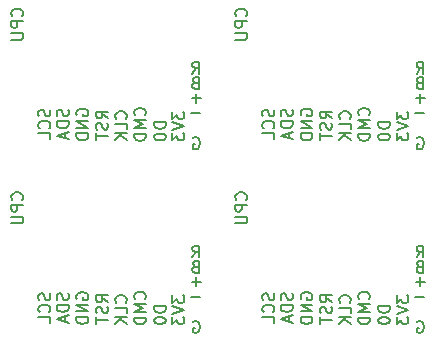
<source format=gbo>
G04 #@! TF.GenerationSoftware,KiCad,Pcbnew,7.0.2-6a45011f42~172~ubuntu22.04.1*
G04 #@! TF.CreationDate,2023-06-12T10:15:53+08:00*
G04 #@! TF.ProjectId,panel_2_2,70616e65-6c5f-4325-9f32-2e6b69636164,rev?*
G04 #@! TF.SameCoordinates,Original*
G04 #@! TF.FileFunction,Legend,Bot*
G04 #@! TF.FilePolarity,Positive*
%FSLAX46Y46*%
G04 Gerber Fmt 4.6, Leading zero omitted, Abs format (unit mm)*
G04 Created by KiCad (PCBNEW 7.0.2-6a45011f42~172~ubuntu22.04.1) date 2023-06-12 10:15:53*
%MOMM*%
%LPD*%
G01*
G04 APERTURE LIST*
%ADD10C,0.150000*%
G04 APERTURE END LIST*
D10*
X25137619Y-46489523D02*
X24661428Y-46156190D01*
X25137619Y-45918095D02*
X24137619Y-45918095D01*
X24137619Y-45918095D02*
X24137619Y-46299047D01*
X24137619Y-46299047D02*
X24185238Y-46394285D01*
X24185238Y-46394285D02*
X24232857Y-46441904D01*
X24232857Y-46441904D02*
X24328095Y-46489523D01*
X24328095Y-46489523D02*
X24470952Y-46489523D01*
X24470952Y-46489523D02*
X24566190Y-46441904D01*
X24566190Y-46441904D02*
X24613809Y-46394285D01*
X24613809Y-46394285D02*
X24661428Y-46299047D01*
X24661428Y-46299047D02*
X24661428Y-45918095D01*
X25090000Y-46870476D02*
X25137619Y-47013333D01*
X25137619Y-47013333D02*
X25137619Y-47251428D01*
X25137619Y-47251428D02*
X25090000Y-47346666D01*
X25090000Y-47346666D02*
X25042380Y-47394285D01*
X25042380Y-47394285D02*
X24947142Y-47441904D01*
X24947142Y-47441904D02*
X24851904Y-47441904D01*
X24851904Y-47441904D02*
X24756666Y-47394285D01*
X24756666Y-47394285D02*
X24709047Y-47346666D01*
X24709047Y-47346666D02*
X24661428Y-47251428D01*
X24661428Y-47251428D02*
X24613809Y-47060952D01*
X24613809Y-47060952D02*
X24566190Y-46965714D01*
X24566190Y-46965714D02*
X24518571Y-46918095D01*
X24518571Y-46918095D02*
X24423333Y-46870476D01*
X24423333Y-46870476D02*
X24328095Y-46870476D01*
X24328095Y-46870476D02*
X24232857Y-46918095D01*
X24232857Y-46918095D02*
X24185238Y-46965714D01*
X24185238Y-46965714D02*
X24137619Y-47060952D01*
X24137619Y-47060952D02*
X24137619Y-47299047D01*
X24137619Y-47299047D02*
X24185238Y-47441904D01*
X24137619Y-47727619D02*
X24137619Y-48299047D01*
X25137619Y-48013333D02*
X24137619Y-48013333D01*
X51861904Y-46046666D02*
X51100000Y-46046666D01*
X39170000Y-30190476D02*
X39217619Y-30333333D01*
X39217619Y-30333333D02*
X39217619Y-30571428D01*
X39217619Y-30571428D02*
X39170000Y-30666666D01*
X39170000Y-30666666D02*
X39122380Y-30714285D01*
X39122380Y-30714285D02*
X39027142Y-30761904D01*
X39027142Y-30761904D02*
X38931904Y-30761904D01*
X38931904Y-30761904D02*
X38836666Y-30714285D01*
X38836666Y-30714285D02*
X38789047Y-30666666D01*
X38789047Y-30666666D02*
X38741428Y-30571428D01*
X38741428Y-30571428D02*
X38693809Y-30380952D01*
X38693809Y-30380952D02*
X38646190Y-30285714D01*
X38646190Y-30285714D02*
X38598571Y-30238095D01*
X38598571Y-30238095D02*
X38503333Y-30190476D01*
X38503333Y-30190476D02*
X38408095Y-30190476D01*
X38408095Y-30190476D02*
X38312857Y-30238095D01*
X38312857Y-30238095D02*
X38265238Y-30285714D01*
X38265238Y-30285714D02*
X38217619Y-30380952D01*
X38217619Y-30380952D02*
X38217619Y-30619047D01*
X38217619Y-30619047D02*
X38265238Y-30761904D01*
X39122380Y-31761904D02*
X39170000Y-31714285D01*
X39170000Y-31714285D02*
X39217619Y-31571428D01*
X39217619Y-31571428D02*
X39217619Y-31476190D01*
X39217619Y-31476190D02*
X39170000Y-31333333D01*
X39170000Y-31333333D02*
X39074761Y-31238095D01*
X39074761Y-31238095D02*
X38979523Y-31190476D01*
X38979523Y-31190476D02*
X38789047Y-31142857D01*
X38789047Y-31142857D02*
X38646190Y-31142857D01*
X38646190Y-31142857D02*
X38455714Y-31190476D01*
X38455714Y-31190476D02*
X38360476Y-31238095D01*
X38360476Y-31238095D02*
X38265238Y-31333333D01*
X38265238Y-31333333D02*
X38217619Y-31476190D01*
X38217619Y-31476190D02*
X38217619Y-31571428D01*
X38217619Y-31571428D02*
X38265238Y-31714285D01*
X38265238Y-31714285D02*
X38312857Y-31761904D01*
X39217619Y-32666666D02*
X39217619Y-32190476D01*
X39217619Y-32190476D02*
X38217619Y-32190476D01*
X51260476Y-27137619D02*
X51593809Y-26661428D01*
X51831904Y-27137619D02*
X51831904Y-26137619D01*
X51831904Y-26137619D02*
X51450952Y-26137619D01*
X51450952Y-26137619D02*
X51355714Y-26185238D01*
X51355714Y-26185238D02*
X51308095Y-26232857D01*
X51308095Y-26232857D02*
X51260476Y-26328095D01*
X51260476Y-26328095D02*
X51260476Y-26470952D01*
X51260476Y-26470952D02*
X51308095Y-26566190D01*
X51308095Y-26566190D02*
X51355714Y-26613809D01*
X51355714Y-26613809D02*
X51450952Y-26661428D01*
X51450952Y-26661428D02*
X51831904Y-26661428D01*
X21750000Y-30190476D02*
X21797619Y-30333333D01*
X21797619Y-30333333D02*
X21797619Y-30571428D01*
X21797619Y-30571428D02*
X21750000Y-30666666D01*
X21750000Y-30666666D02*
X21702380Y-30714285D01*
X21702380Y-30714285D02*
X21607142Y-30761904D01*
X21607142Y-30761904D02*
X21511904Y-30761904D01*
X21511904Y-30761904D02*
X21416666Y-30714285D01*
X21416666Y-30714285D02*
X21369047Y-30666666D01*
X21369047Y-30666666D02*
X21321428Y-30571428D01*
X21321428Y-30571428D02*
X21273809Y-30380952D01*
X21273809Y-30380952D02*
X21226190Y-30285714D01*
X21226190Y-30285714D02*
X21178571Y-30238095D01*
X21178571Y-30238095D02*
X21083333Y-30190476D01*
X21083333Y-30190476D02*
X20988095Y-30190476D01*
X20988095Y-30190476D02*
X20892857Y-30238095D01*
X20892857Y-30238095D02*
X20845238Y-30285714D01*
X20845238Y-30285714D02*
X20797619Y-30380952D01*
X20797619Y-30380952D02*
X20797619Y-30619047D01*
X20797619Y-30619047D02*
X20845238Y-30761904D01*
X21797619Y-31190476D02*
X20797619Y-31190476D01*
X20797619Y-31190476D02*
X20797619Y-31428571D01*
X20797619Y-31428571D02*
X20845238Y-31571428D01*
X20845238Y-31571428D02*
X20940476Y-31666666D01*
X20940476Y-31666666D02*
X21035714Y-31714285D01*
X21035714Y-31714285D02*
X21226190Y-31761904D01*
X21226190Y-31761904D02*
X21369047Y-31761904D01*
X21369047Y-31761904D02*
X21559523Y-31714285D01*
X21559523Y-31714285D02*
X21654761Y-31666666D01*
X21654761Y-31666666D02*
X21750000Y-31571428D01*
X21750000Y-31571428D02*
X21797619Y-31428571D01*
X21797619Y-31428571D02*
X21797619Y-31190476D01*
X21511904Y-32142857D02*
X21511904Y-32619047D01*
X21797619Y-32047619D02*
X20797619Y-32380952D01*
X20797619Y-32380952D02*
X21797619Y-32714285D01*
X36822380Y-37819523D02*
X36870000Y-37771904D01*
X36870000Y-37771904D02*
X36917619Y-37629047D01*
X36917619Y-37629047D02*
X36917619Y-37533809D01*
X36917619Y-37533809D02*
X36870000Y-37390952D01*
X36870000Y-37390952D02*
X36774761Y-37295714D01*
X36774761Y-37295714D02*
X36679523Y-37248095D01*
X36679523Y-37248095D02*
X36489047Y-37200476D01*
X36489047Y-37200476D02*
X36346190Y-37200476D01*
X36346190Y-37200476D02*
X36155714Y-37248095D01*
X36155714Y-37248095D02*
X36060476Y-37295714D01*
X36060476Y-37295714D02*
X35965238Y-37390952D01*
X35965238Y-37390952D02*
X35917619Y-37533809D01*
X35917619Y-37533809D02*
X35917619Y-37629047D01*
X35917619Y-37629047D02*
X35965238Y-37771904D01*
X35965238Y-37771904D02*
X36012857Y-37819523D01*
X36917619Y-38248095D02*
X35917619Y-38248095D01*
X35917619Y-38248095D02*
X35917619Y-38629047D01*
X35917619Y-38629047D02*
X35965238Y-38724285D01*
X35965238Y-38724285D02*
X36012857Y-38771904D01*
X36012857Y-38771904D02*
X36108095Y-38819523D01*
X36108095Y-38819523D02*
X36250952Y-38819523D01*
X36250952Y-38819523D02*
X36346190Y-38771904D01*
X36346190Y-38771904D02*
X36393809Y-38724285D01*
X36393809Y-38724285D02*
X36441428Y-38629047D01*
X36441428Y-38629047D02*
X36441428Y-38248095D01*
X35917619Y-39248095D02*
X36727142Y-39248095D01*
X36727142Y-39248095D02*
X36822380Y-39295714D01*
X36822380Y-39295714D02*
X36870000Y-39343333D01*
X36870000Y-39343333D02*
X36917619Y-39438571D01*
X36917619Y-39438571D02*
X36917619Y-39629047D01*
X36917619Y-39629047D02*
X36870000Y-39724285D01*
X36870000Y-39724285D02*
X36822380Y-39771904D01*
X36822380Y-39771904D02*
X36727142Y-39819523D01*
X36727142Y-39819523D02*
X35917619Y-39819523D01*
X30597619Y-30352857D02*
X30597619Y-30971904D01*
X30597619Y-30971904D02*
X30978571Y-30638571D01*
X30978571Y-30638571D02*
X30978571Y-30781428D01*
X30978571Y-30781428D02*
X31026190Y-30876666D01*
X31026190Y-30876666D02*
X31073809Y-30924285D01*
X31073809Y-30924285D02*
X31169047Y-30971904D01*
X31169047Y-30971904D02*
X31407142Y-30971904D01*
X31407142Y-30971904D02*
X31502380Y-30924285D01*
X31502380Y-30924285D02*
X31550000Y-30876666D01*
X31550000Y-30876666D02*
X31597619Y-30781428D01*
X31597619Y-30781428D02*
X31597619Y-30495714D01*
X31597619Y-30495714D02*
X31550000Y-30400476D01*
X31550000Y-30400476D02*
X31502380Y-30352857D01*
X30597619Y-31257619D02*
X31597619Y-31590952D01*
X31597619Y-31590952D02*
X30597619Y-31924285D01*
X30597619Y-32162381D02*
X30597619Y-32781428D01*
X30597619Y-32781428D02*
X30978571Y-32448095D01*
X30978571Y-32448095D02*
X30978571Y-32590952D01*
X30978571Y-32590952D02*
X31026190Y-32686190D01*
X31026190Y-32686190D02*
X31073809Y-32733809D01*
X31073809Y-32733809D02*
X31169047Y-32781428D01*
X31169047Y-32781428D02*
X31407142Y-32781428D01*
X31407142Y-32781428D02*
X31502380Y-32733809D01*
X31502380Y-32733809D02*
X31550000Y-32686190D01*
X31550000Y-32686190D02*
X31597619Y-32590952D01*
X31597619Y-32590952D02*
X31597619Y-32305238D01*
X31597619Y-32305238D02*
X31550000Y-32210000D01*
X31550000Y-32210000D02*
X31502380Y-32162381D01*
X22515238Y-30671904D02*
X22467619Y-30576666D01*
X22467619Y-30576666D02*
X22467619Y-30433809D01*
X22467619Y-30433809D02*
X22515238Y-30290952D01*
X22515238Y-30290952D02*
X22610476Y-30195714D01*
X22610476Y-30195714D02*
X22705714Y-30148095D01*
X22705714Y-30148095D02*
X22896190Y-30100476D01*
X22896190Y-30100476D02*
X23039047Y-30100476D01*
X23039047Y-30100476D02*
X23229523Y-30148095D01*
X23229523Y-30148095D02*
X23324761Y-30195714D01*
X23324761Y-30195714D02*
X23420000Y-30290952D01*
X23420000Y-30290952D02*
X23467619Y-30433809D01*
X23467619Y-30433809D02*
X23467619Y-30529047D01*
X23467619Y-30529047D02*
X23420000Y-30671904D01*
X23420000Y-30671904D02*
X23372380Y-30719523D01*
X23372380Y-30719523D02*
X23039047Y-30719523D01*
X23039047Y-30719523D02*
X23039047Y-30529047D01*
X23467619Y-31148095D02*
X22467619Y-31148095D01*
X22467619Y-31148095D02*
X23467619Y-31719523D01*
X23467619Y-31719523D02*
X22467619Y-31719523D01*
X23467619Y-32195714D02*
X22467619Y-32195714D01*
X22467619Y-32195714D02*
X22467619Y-32433809D01*
X22467619Y-32433809D02*
X22515238Y-32576666D01*
X22515238Y-32576666D02*
X22610476Y-32671904D01*
X22610476Y-32671904D02*
X22705714Y-32719523D01*
X22705714Y-32719523D02*
X22896190Y-32767142D01*
X22896190Y-32767142D02*
X23039047Y-32767142D01*
X23039047Y-32767142D02*
X23229523Y-32719523D01*
X23229523Y-32719523D02*
X23324761Y-32671904D01*
X23324761Y-32671904D02*
X23420000Y-32576666D01*
X23420000Y-32576666D02*
X23467619Y-32433809D01*
X23467619Y-32433809D02*
X23467619Y-32195714D01*
X26647380Y-46524523D02*
X26695000Y-46476904D01*
X26695000Y-46476904D02*
X26742619Y-46334047D01*
X26742619Y-46334047D02*
X26742619Y-46238809D01*
X26742619Y-46238809D02*
X26695000Y-46095952D01*
X26695000Y-46095952D02*
X26599761Y-46000714D01*
X26599761Y-46000714D02*
X26504523Y-45953095D01*
X26504523Y-45953095D02*
X26314047Y-45905476D01*
X26314047Y-45905476D02*
X26171190Y-45905476D01*
X26171190Y-45905476D02*
X25980714Y-45953095D01*
X25980714Y-45953095D02*
X25885476Y-46000714D01*
X25885476Y-46000714D02*
X25790238Y-46095952D01*
X25790238Y-46095952D02*
X25742619Y-46238809D01*
X25742619Y-46238809D02*
X25742619Y-46334047D01*
X25742619Y-46334047D02*
X25790238Y-46476904D01*
X25790238Y-46476904D02*
X25837857Y-46524523D01*
X26742619Y-47429285D02*
X26742619Y-46953095D01*
X26742619Y-46953095D02*
X25742619Y-46953095D01*
X26742619Y-47762619D02*
X25742619Y-47762619D01*
X26742619Y-48334047D02*
X26171190Y-47905476D01*
X25742619Y-48334047D02*
X26314047Y-47762619D01*
X32290476Y-27137619D02*
X32623809Y-26661428D01*
X32861904Y-27137619D02*
X32861904Y-26137619D01*
X32861904Y-26137619D02*
X32480952Y-26137619D01*
X32480952Y-26137619D02*
X32385714Y-26185238D01*
X32385714Y-26185238D02*
X32338095Y-26232857D01*
X32338095Y-26232857D02*
X32290476Y-26328095D01*
X32290476Y-26328095D02*
X32290476Y-26470952D01*
X32290476Y-26470952D02*
X32338095Y-26566190D01*
X32338095Y-26566190D02*
X32385714Y-26613809D01*
X32385714Y-26613809D02*
X32480952Y-26661428D01*
X32480952Y-26661428D02*
X32861904Y-26661428D01*
X40720000Y-30190476D02*
X40767619Y-30333333D01*
X40767619Y-30333333D02*
X40767619Y-30571428D01*
X40767619Y-30571428D02*
X40720000Y-30666666D01*
X40720000Y-30666666D02*
X40672380Y-30714285D01*
X40672380Y-30714285D02*
X40577142Y-30761904D01*
X40577142Y-30761904D02*
X40481904Y-30761904D01*
X40481904Y-30761904D02*
X40386666Y-30714285D01*
X40386666Y-30714285D02*
X40339047Y-30666666D01*
X40339047Y-30666666D02*
X40291428Y-30571428D01*
X40291428Y-30571428D02*
X40243809Y-30380952D01*
X40243809Y-30380952D02*
X40196190Y-30285714D01*
X40196190Y-30285714D02*
X40148571Y-30238095D01*
X40148571Y-30238095D02*
X40053333Y-30190476D01*
X40053333Y-30190476D02*
X39958095Y-30190476D01*
X39958095Y-30190476D02*
X39862857Y-30238095D01*
X39862857Y-30238095D02*
X39815238Y-30285714D01*
X39815238Y-30285714D02*
X39767619Y-30380952D01*
X39767619Y-30380952D02*
X39767619Y-30619047D01*
X39767619Y-30619047D02*
X39815238Y-30761904D01*
X40767619Y-31190476D02*
X39767619Y-31190476D01*
X39767619Y-31190476D02*
X39767619Y-31428571D01*
X39767619Y-31428571D02*
X39815238Y-31571428D01*
X39815238Y-31571428D02*
X39910476Y-31666666D01*
X39910476Y-31666666D02*
X40005714Y-31714285D01*
X40005714Y-31714285D02*
X40196190Y-31761904D01*
X40196190Y-31761904D02*
X40339047Y-31761904D01*
X40339047Y-31761904D02*
X40529523Y-31714285D01*
X40529523Y-31714285D02*
X40624761Y-31666666D01*
X40624761Y-31666666D02*
X40720000Y-31571428D01*
X40720000Y-31571428D02*
X40767619Y-31428571D01*
X40767619Y-31428571D02*
X40767619Y-31190476D01*
X40481904Y-32142857D02*
X40481904Y-32619047D01*
X40767619Y-32047619D02*
X39767619Y-32380952D01*
X39767619Y-32380952D02*
X40767619Y-32714285D01*
X30027619Y-31258095D02*
X29027619Y-31258095D01*
X29027619Y-31258095D02*
X29027619Y-31496190D01*
X29027619Y-31496190D02*
X29075238Y-31639047D01*
X29075238Y-31639047D02*
X29170476Y-31734285D01*
X29170476Y-31734285D02*
X29265714Y-31781904D01*
X29265714Y-31781904D02*
X29456190Y-31829523D01*
X29456190Y-31829523D02*
X29599047Y-31829523D01*
X29599047Y-31829523D02*
X29789523Y-31781904D01*
X29789523Y-31781904D02*
X29884761Y-31734285D01*
X29884761Y-31734285D02*
X29980000Y-31639047D01*
X29980000Y-31639047D02*
X30027619Y-31496190D01*
X30027619Y-31496190D02*
X30027619Y-31258095D01*
X29027619Y-32448571D02*
X29027619Y-32543809D01*
X29027619Y-32543809D02*
X29075238Y-32639047D01*
X29075238Y-32639047D02*
X29122857Y-32686666D01*
X29122857Y-32686666D02*
X29218095Y-32734285D01*
X29218095Y-32734285D02*
X29408571Y-32781904D01*
X29408571Y-32781904D02*
X29646666Y-32781904D01*
X29646666Y-32781904D02*
X29837142Y-32734285D01*
X29837142Y-32734285D02*
X29932380Y-32686666D01*
X29932380Y-32686666D02*
X29980000Y-32639047D01*
X29980000Y-32639047D02*
X30027619Y-32543809D01*
X30027619Y-32543809D02*
X30027619Y-32448571D01*
X30027619Y-32448571D02*
X29980000Y-32353333D01*
X29980000Y-32353333D02*
X29932380Y-32305714D01*
X29932380Y-32305714D02*
X29837142Y-32258095D01*
X29837142Y-32258095D02*
X29646666Y-32210476D01*
X29646666Y-32210476D02*
X29408571Y-32210476D01*
X29408571Y-32210476D02*
X29218095Y-32258095D01*
X29218095Y-32258095D02*
X29122857Y-32305714D01*
X29122857Y-32305714D02*
X29075238Y-32353333D01*
X29075238Y-32353333D02*
X29027619Y-32448571D01*
X32981904Y-44776666D02*
X32220000Y-44776666D01*
X32600952Y-45157619D02*
X32600952Y-44395714D01*
X51498571Y-43473809D02*
X51355714Y-43521428D01*
X51355714Y-43521428D02*
X51308095Y-43569047D01*
X51308095Y-43569047D02*
X51260476Y-43664285D01*
X51260476Y-43664285D02*
X51260476Y-43807142D01*
X51260476Y-43807142D02*
X51308095Y-43902380D01*
X51308095Y-43902380D02*
X51355714Y-43950000D01*
X51355714Y-43950000D02*
X51450952Y-43997619D01*
X51450952Y-43997619D02*
X51831904Y-43997619D01*
X51831904Y-43997619D02*
X51831904Y-42997619D01*
X51831904Y-42997619D02*
X51498571Y-42997619D01*
X51498571Y-42997619D02*
X51403333Y-43045238D01*
X51403333Y-43045238D02*
X51355714Y-43092857D01*
X51355714Y-43092857D02*
X51308095Y-43188095D01*
X51308095Y-43188095D02*
X51308095Y-43283333D01*
X51308095Y-43283333D02*
X51355714Y-43378571D01*
X51355714Y-43378571D02*
X51403333Y-43426190D01*
X51403333Y-43426190D02*
X51498571Y-43473809D01*
X51498571Y-43473809D02*
X51831904Y-43473809D01*
X32290476Y-42697619D02*
X32623809Y-42221428D01*
X32861904Y-42697619D02*
X32861904Y-41697619D01*
X32861904Y-41697619D02*
X32480952Y-41697619D01*
X32480952Y-41697619D02*
X32385714Y-41745238D01*
X32385714Y-41745238D02*
X32338095Y-41792857D01*
X32338095Y-41792857D02*
X32290476Y-41888095D01*
X32290476Y-41888095D02*
X32290476Y-42030952D01*
X32290476Y-42030952D02*
X32338095Y-42126190D01*
X32338095Y-42126190D02*
X32385714Y-42173809D01*
X32385714Y-42173809D02*
X32480952Y-42221428D01*
X32480952Y-42221428D02*
X32861904Y-42221428D01*
X32348095Y-48145238D02*
X32443333Y-48097619D01*
X32443333Y-48097619D02*
X32586190Y-48097619D01*
X32586190Y-48097619D02*
X32729047Y-48145238D01*
X32729047Y-48145238D02*
X32824285Y-48240476D01*
X32824285Y-48240476D02*
X32871904Y-48335714D01*
X32871904Y-48335714D02*
X32919523Y-48526190D01*
X32919523Y-48526190D02*
X32919523Y-48669047D01*
X32919523Y-48669047D02*
X32871904Y-48859523D01*
X32871904Y-48859523D02*
X32824285Y-48954761D01*
X32824285Y-48954761D02*
X32729047Y-49050000D01*
X32729047Y-49050000D02*
X32586190Y-49097619D01*
X32586190Y-49097619D02*
X32490952Y-49097619D01*
X32490952Y-49097619D02*
X32348095Y-49050000D01*
X32348095Y-49050000D02*
X32300476Y-49002380D01*
X32300476Y-49002380D02*
X32300476Y-48669047D01*
X32300476Y-48669047D02*
X32490952Y-48669047D01*
X47227380Y-30674523D02*
X47275000Y-30626904D01*
X47275000Y-30626904D02*
X47322619Y-30484047D01*
X47322619Y-30484047D02*
X47322619Y-30388809D01*
X47322619Y-30388809D02*
X47275000Y-30245952D01*
X47275000Y-30245952D02*
X47179761Y-30150714D01*
X47179761Y-30150714D02*
X47084523Y-30103095D01*
X47084523Y-30103095D02*
X46894047Y-30055476D01*
X46894047Y-30055476D02*
X46751190Y-30055476D01*
X46751190Y-30055476D02*
X46560714Y-30103095D01*
X46560714Y-30103095D02*
X46465476Y-30150714D01*
X46465476Y-30150714D02*
X46370238Y-30245952D01*
X46370238Y-30245952D02*
X46322619Y-30388809D01*
X46322619Y-30388809D02*
X46322619Y-30484047D01*
X46322619Y-30484047D02*
X46370238Y-30626904D01*
X46370238Y-30626904D02*
X46417857Y-30674523D01*
X47322619Y-31103095D02*
X46322619Y-31103095D01*
X46322619Y-31103095D02*
X47036904Y-31436428D01*
X47036904Y-31436428D02*
X46322619Y-31769761D01*
X46322619Y-31769761D02*
X47322619Y-31769761D01*
X47322619Y-32245952D02*
X46322619Y-32245952D01*
X46322619Y-32245952D02*
X46322619Y-32484047D01*
X46322619Y-32484047D02*
X46370238Y-32626904D01*
X46370238Y-32626904D02*
X46465476Y-32722142D01*
X46465476Y-32722142D02*
X46560714Y-32769761D01*
X46560714Y-32769761D02*
X46751190Y-32817380D01*
X46751190Y-32817380D02*
X46894047Y-32817380D01*
X46894047Y-32817380D02*
X47084523Y-32769761D01*
X47084523Y-32769761D02*
X47179761Y-32722142D01*
X47179761Y-32722142D02*
X47275000Y-32626904D01*
X47275000Y-32626904D02*
X47322619Y-32484047D01*
X47322619Y-32484047D02*
X47322619Y-32245952D01*
X32528571Y-43473809D02*
X32385714Y-43521428D01*
X32385714Y-43521428D02*
X32338095Y-43569047D01*
X32338095Y-43569047D02*
X32290476Y-43664285D01*
X32290476Y-43664285D02*
X32290476Y-43807142D01*
X32290476Y-43807142D02*
X32338095Y-43902380D01*
X32338095Y-43902380D02*
X32385714Y-43950000D01*
X32385714Y-43950000D02*
X32480952Y-43997619D01*
X32480952Y-43997619D02*
X32861904Y-43997619D01*
X32861904Y-43997619D02*
X32861904Y-42997619D01*
X32861904Y-42997619D02*
X32528571Y-42997619D01*
X32528571Y-42997619D02*
X32433333Y-43045238D01*
X32433333Y-43045238D02*
X32385714Y-43092857D01*
X32385714Y-43092857D02*
X32338095Y-43188095D01*
X32338095Y-43188095D02*
X32338095Y-43283333D01*
X32338095Y-43283333D02*
X32385714Y-43378571D01*
X32385714Y-43378571D02*
X32433333Y-43426190D01*
X32433333Y-43426190D02*
X32528571Y-43473809D01*
X32528571Y-43473809D02*
X32861904Y-43473809D01*
X22515238Y-46231904D02*
X22467619Y-46136666D01*
X22467619Y-46136666D02*
X22467619Y-45993809D01*
X22467619Y-45993809D02*
X22515238Y-45850952D01*
X22515238Y-45850952D02*
X22610476Y-45755714D01*
X22610476Y-45755714D02*
X22705714Y-45708095D01*
X22705714Y-45708095D02*
X22896190Y-45660476D01*
X22896190Y-45660476D02*
X23039047Y-45660476D01*
X23039047Y-45660476D02*
X23229523Y-45708095D01*
X23229523Y-45708095D02*
X23324761Y-45755714D01*
X23324761Y-45755714D02*
X23420000Y-45850952D01*
X23420000Y-45850952D02*
X23467619Y-45993809D01*
X23467619Y-45993809D02*
X23467619Y-46089047D01*
X23467619Y-46089047D02*
X23420000Y-46231904D01*
X23420000Y-46231904D02*
X23372380Y-46279523D01*
X23372380Y-46279523D02*
X23039047Y-46279523D01*
X23039047Y-46279523D02*
X23039047Y-46089047D01*
X23467619Y-46708095D02*
X22467619Y-46708095D01*
X22467619Y-46708095D02*
X23467619Y-47279523D01*
X23467619Y-47279523D02*
X22467619Y-47279523D01*
X23467619Y-47755714D02*
X22467619Y-47755714D01*
X22467619Y-47755714D02*
X22467619Y-47993809D01*
X22467619Y-47993809D02*
X22515238Y-48136666D01*
X22515238Y-48136666D02*
X22610476Y-48231904D01*
X22610476Y-48231904D02*
X22705714Y-48279523D01*
X22705714Y-48279523D02*
X22896190Y-48327142D01*
X22896190Y-48327142D02*
X23039047Y-48327142D01*
X23039047Y-48327142D02*
X23229523Y-48279523D01*
X23229523Y-48279523D02*
X23324761Y-48231904D01*
X23324761Y-48231904D02*
X23420000Y-48136666D01*
X23420000Y-48136666D02*
X23467619Y-47993809D01*
X23467619Y-47993809D02*
X23467619Y-47755714D01*
X30597619Y-45912857D02*
X30597619Y-46531904D01*
X30597619Y-46531904D02*
X30978571Y-46198571D01*
X30978571Y-46198571D02*
X30978571Y-46341428D01*
X30978571Y-46341428D02*
X31026190Y-46436666D01*
X31026190Y-46436666D02*
X31073809Y-46484285D01*
X31073809Y-46484285D02*
X31169047Y-46531904D01*
X31169047Y-46531904D02*
X31407142Y-46531904D01*
X31407142Y-46531904D02*
X31502380Y-46484285D01*
X31502380Y-46484285D02*
X31550000Y-46436666D01*
X31550000Y-46436666D02*
X31597619Y-46341428D01*
X31597619Y-46341428D02*
X31597619Y-46055714D01*
X31597619Y-46055714D02*
X31550000Y-45960476D01*
X31550000Y-45960476D02*
X31502380Y-45912857D01*
X30597619Y-46817619D02*
X31597619Y-47150952D01*
X31597619Y-47150952D02*
X30597619Y-47484285D01*
X30597619Y-47722381D02*
X30597619Y-48341428D01*
X30597619Y-48341428D02*
X30978571Y-48008095D01*
X30978571Y-48008095D02*
X30978571Y-48150952D01*
X30978571Y-48150952D02*
X31026190Y-48246190D01*
X31026190Y-48246190D02*
X31073809Y-48293809D01*
X31073809Y-48293809D02*
X31169047Y-48341428D01*
X31169047Y-48341428D02*
X31407142Y-48341428D01*
X31407142Y-48341428D02*
X31502380Y-48293809D01*
X31502380Y-48293809D02*
X31550000Y-48246190D01*
X31550000Y-48246190D02*
X31597619Y-48150952D01*
X31597619Y-48150952D02*
X31597619Y-47865238D01*
X31597619Y-47865238D02*
X31550000Y-47770000D01*
X31550000Y-47770000D02*
X31502380Y-47722381D01*
X32891904Y-46046666D02*
X32130000Y-46046666D01*
X26647380Y-30964523D02*
X26695000Y-30916904D01*
X26695000Y-30916904D02*
X26742619Y-30774047D01*
X26742619Y-30774047D02*
X26742619Y-30678809D01*
X26742619Y-30678809D02*
X26695000Y-30535952D01*
X26695000Y-30535952D02*
X26599761Y-30440714D01*
X26599761Y-30440714D02*
X26504523Y-30393095D01*
X26504523Y-30393095D02*
X26314047Y-30345476D01*
X26314047Y-30345476D02*
X26171190Y-30345476D01*
X26171190Y-30345476D02*
X25980714Y-30393095D01*
X25980714Y-30393095D02*
X25885476Y-30440714D01*
X25885476Y-30440714D02*
X25790238Y-30535952D01*
X25790238Y-30535952D02*
X25742619Y-30678809D01*
X25742619Y-30678809D02*
X25742619Y-30774047D01*
X25742619Y-30774047D02*
X25790238Y-30916904D01*
X25790238Y-30916904D02*
X25837857Y-30964523D01*
X26742619Y-31869285D02*
X26742619Y-31393095D01*
X26742619Y-31393095D02*
X25742619Y-31393095D01*
X26742619Y-32202619D02*
X25742619Y-32202619D01*
X26742619Y-32774047D02*
X26171190Y-32345476D01*
X25742619Y-32774047D02*
X26314047Y-32202619D01*
X21750000Y-45750476D02*
X21797619Y-45893333D01*
X21797619Y-45893333D02*
X21797619Y-46131428D01*
X21797619Y-46131428D02*
X21750000Y-46226666D01*
X21750000Y-46226666D02*
X21702380Y-46274285D01*
X21702380Y-46274285D02*
X21607142Y-46321904D01*
X21607142Y-46321904D02*
X21511904Y-46321904D01*
X21511904Y-46321904D02*
X21416666Y-46274285D01*
X21416666Y-46274285D02*
X21369047Y-46226666D01*
X21369047Y-46226666D02*
X21321428Y-46131428D01*
X21321428Y-46131428D02*
X21273809Y-45940952D01*
X21273809Y-45940952D02*
X21226190Y-45845714D01*
X21226190Y-45845714D02*
X21178571Y-45798095D01*
X21178571Y-45798095D02*
X21083333Y-45750476D01*
X21083333Y-45750476D02*
X20988095Y-45750476D01*
X20988095Y-45750476D02*
X20892857Y-45798095D01*
X20892857Y-45798095D02*
X20845238Y-45845714D01*
X20845238Y-45845714D02*
X20797619Y-45940952D01*
X20797619Y-45940952D02*
X20797619Y-46179047D01*
X20797619Y-46179047D02*
X20845238Y-46321904D01*
X21797619Y-46750476D02*
X20797619Y-46750476D01*
X20797619Y-46750476D02*
X20797619Y-46988571D01*
X20797619Y-46988571D02*
X20845238Y-47131428D01*
X20845238Y-47131428D02*
X20940476Y-47226666D01*
X20940476Y-47226666D02*
X21035714Y-47274285D01*
X21035714Y-47274285D02*
X21226190Y-47321904D01*
X21226190Y-47321904D02*
X21369047Y-47321904D01*
X21369047Y-47321904D02*
X21559523Y-47274285D01*
X21559523Y-47274285D02*
X21654761Y-47226666D01*
X21654761Y-47226666D02*
X21750000Y-47131428D01*
X21750000Y-47131428D02*
X21797619Y-46988571D01*
X21797619Y-46988571D02*
X21797619Y-46750476D01*
X21511904Y-47702857D02*
X21511904Y-48179047D01*
X21797619Y-47607619D02*
X20797619Y-47940952D01*
X20797619Y-47940952D02*
X21797619Y-48274285D01*
X44107619Y-30929523D02*
X43631428Y-30596190D01*
X44107619Y-30358095D02*
X43107619Y-30358095D01*
X43107619Y-30358095D02*
X43107619Y-30739047D01*
X43107619Y-30739047D02*
X43155238Y-30834285D01*
X43155238Y-30834285D02*
X43202857Y-30881904D01*
X43202857Y-30881904D02*
X43298095Y-30929523D01*
X43298095Y-30929523D02*
X43440952Y-30929523D01*
X43440952Y-30929523D02*
X43536190Y-30881904D01*
X43536190Y-30881904D02*
X43583809Y-30834285D01*
X43583809Y-30834285D02*
X43631428Y-30739047D01*
X43631428Y-30739047D02*
X43631428Y-30358095D01*
X44060000Y-31310476D02*
X44107619Y-31453333D01*
X44107619Y-31453333D02*
X44107619Y-31691428D01*
X44107619Y-31691428D02*
X44060000Y-31786666D01*
X44060000Y-31786666D02*
X44012380Y-31834285D01*
X44012380Y-31834285D02*
X43917142Y-31881904D01*
X43917142Y-31881904D02*
X43821904Y-31881904D01*
X43821904Y-31881904D02*
X43726666Y-31834285D01*
X43726666Y-31834285D02*
X43679047Y-31786666D01*
X43679047Y-31786666D02*
X43631428Y-31691428D01*
X43631428Y-31691428D02*
X43583809Y-31500952D01*
X43583809Y-31500952D02*
X43536190Y-31405714D01*
X43536190Y-31405714D02*
X43488571Y-31358095D01*
X43488571Y-31358095D02*
X43393333Y-31310476D01*
X43393333Y-31310476D02*
X43298095Y-31310476D01*
X43298095Y-31310476D02*
X43202857Y-31358095D01*
X43202857Y-31358095D02*
X43155238Y-31405714D01*
X43155238Y-31405714D02*
X43107619Y-31500952D01*
X43107619Y-31500952D02*
X43107619Y-31739047D01*
X43107619Y-31739047D02*
X43155238Y-31881904D01*
X43107619Y-32167619D02*
X43107619Y-32739047D01*
X44107619Y-32453333D02*
X43107619Y-32453333D01*
X49567619Y-30352857D02*
X49567619Y-30971904D01*
X49567619Y-30971904D02*
X49948571Y-30638571D01*
X49948571Y-30638571D02*
X49948571Y-30781428D01*
X49948571Y-30781428D02*
X49996190Y-30876666D01*
X49996190Y-30876666D02*
X50043809Y-30924285D01*
X50043809Y-30924285D02*
X50139047Y-30971904D01*
X50139047Y-30971904D02*
X50377142Y-30971904D01*
X50377142Y-30971904D02*
X50472380Y-30924285D01*
X50472380Y-30924285D02*
X50520000Y-30876666D01*
X50520000Y-30876666D02*
X50567619Y-30781428D01*
X50567619Y-30781428D02*
X50567619Y-30495714D01*
X50567619Y-30495714D02*
X50520000Y-30400476D01*
X50520000Y-30400476D02*
X50472380Y-30352857D01*
X49567619Y-31257619D02*
X50567619Y-31590952D01*
X50567619Y-31590952D02*
X49567619Y-31924285D01*
X49567619Y-32162381D02*
X49567619Y-32781428D01*
X49567619Y-32781428D02*
X49948571Y-32448095D01*
X49948571Y-32448095D02*
X49948571Y-32590952D01*
X49948571Y-32590952D02*
X49996190Y-32686190D01*
X49996190Y-32686190D02*
X50043809Y-32733809D01*
X50043809Y-32733809D02*
X50139047Y-32781428D01*
X50139047Y-32781428D02*
X50377142Y-32781428D01*
X50377142Y-32781428D02*
X50472380Y-32733809D01*
X50472380Y-32733809D02*
X50520000Y-32686190D01*
X50520000Y-32686190D02*
X50567619Y-32590952D01*
X50567619Y-32590952D02*
X50567619Y-32305238D01*
X50567619Y-32305238D02*
X50520000Y-32210000D01*
X50520000Y-32210000D02*
X50472380Y-32162381D01*
X51951904Y-44776666D02*
X51190000Y-44776666D01*
X51570952Y-45157619D02*
X51570952Y-44395714D01*
X17852380Y-22259523D02*
X17900000Y-22211904D01*
X17900000Y-22211904D02*
X17947619Y-22069047D01*
X17947619Y-22069047D02*
X17947619Y-21973809D01*
X17947619Y-21973809D02*
X17900000Y-21830952D01*
X17900000Y-21830952D02*
X17804761Y-21735714D01*
X17804761Y-21735714D02*
X17709523Y-21688095D01*
X17709523Y-21688095D02*
X17519047Y-21640476D01*
X17519047Y-21640476D02*
X17376190Y-21640476D01*
X17376190Y-21640476D02*
X17185714Y-21688095D01*
X17185714Y-21688095D02*
X17090476Y-21735714D01*
X17090476Y-21735714D02*
X16995238Y-21830952D01*
X16995238Y-21830952D02*
X16947619Y-21973809D01*
X16947619Y-21973809D02*
X16947619Y-22069047D01*
X16947619Y-22069047D02*
X16995238Y-22211904D01*
X16995238Y-22211904D02*
X17042857Y-22259523D01*
X17947619Y-22688095D02*
X16947619Y-22688095D01*
X16947619Y-22688095D02*
X16947619Y-23069047D01*
X16947619Y-23069047D02*
X16995238Y-23164285D01*
X16995238Y-23164285D02*
X17042857Y-23211904D01*
X17042857Y-23211904D02*
X17138095Y-23259523D01*
X17138095Y-23259523D02*
X17280952Y-23259523D01*
X17280952Y-23259523D02*
X17376190Y-23211904D01*
X17376190Y-23211904D02*
X17423809Y-23164285D01*
X17423809Y-23164285D02*
X17471428Y-23069047D01*
X17471428Y-23069047D02*
X17471428Y-22688095D01*
X16947619Y-23688095D02*
X17757142Y-23688095D01*
X17757142Y-23688095D02*
X17852380Y-23735714D01*
X17852380Y-23735714D02*
X17900000Y-23783333D01*
X17900000Y-23783333D02*
X17947619Y-23878571D01*
X17947619Y-23878571D02*
X17947619Y-24069047D01*
X17947619Y-24069047D02*
X17900000Y-24164285D01*
X17900000Y-24164285D02*
X17852380Y-24211904D01*
X17852380Y-24211904D02*
X17757142Y-24259523D01*
X17757142Y-24259523D02*
X16947619Y-24259523D01*
X51951904Y-29216666D02*
X51190000Y-29216666D01*
X51570952Y-29597619D02*
X51570952Y-28835714D01*
X51498571Y-27913809D02*
X51355714Y-27961428D01*
X51355714Y-27961428D02*
X51308095Y-28009047D01*
X51308095Y-28009047D02*
X51260476Y-28104285D01*
X51260476Y-28104285D02*
X51260476Y-28247142D01*
X51260476Y-28247142D02*
X51308095Y-28342380D01*
X51308095Y-28342380D02*
X51355714Y-28390000D01*
X51355714Y-28390000D02*
X51450952Y-28437619D01*
X51450952Y-28437619D02*
X51831904Y-28437619D01*
X51831904Y-28437619D02*
X51831904Y-27437619D01*
X51831904Y-27437619D02*
X51498571Y-27437619D01*
X51498571Y-27437619D02*
X51403333Y-27485238D01*
X51403333Y-27485238D02*
X51355714Y-27532857D01*
X51355714Y-27532857D02*
X51308095Y-27628095D01*
X51308095Y-27628095D02*
X51308095Y-27723333D01*
X51308095Y-27723333D02*
X51355714Y-27818571D01*
X51355714Y-27818571D02*
X51403333Y-27866190D01*
X51403333Y-27866190D02*
X51498571Y-27913809D01*
X51498571Y-27913809D02*
X51831904Y-27913809D01*
X28257380Y-46234523D02*
X28305000Y-46186904D01*
X28305000Y-46186904D02*
X28352619Y-46044047D01*
X28352619Y-46044047D02*
X28352619Y-45948809D01*
X28352619Y-45948809D02*
X28305000Y-45805952D01*
X28305000Y-45805952D02*
X28209761Y-45710714D01*
X28209761Y-45710714D02*
X28114523Y-45663095D01*
X28114523Y-45663095D02*
X27924047Y-45615476D01*
X27924047Y-45615476D02*
X27781190Y-45615476D01*
X27781190Y-45615476D02*
X27590714Y-45663095D01*
X27590714Y-45663095D02*
X27495476Y-45710714D01*
X27495476Y-45710714D02*
X27400238Y-45805952D01*
X27400238Y-45805952D02*
X27352619Y-45948809D01*
X27352619Y-45948809D02*
X27352619Y-46044047D01*
X27352619Y-46044047D02*
X27400238Y-46186904D01*
X27400238Y-46186904D02*
X27447857Y-46234523D01*
X28352619Y-46663095D02*
X27352619Y-46663095D01*
X27352619Y-46663095D02*
X28066904Y-46996428D01*
X28066904Y-46996428D02*
X27352619Y-47329761D01*
X27352619Y-47329761D02*
X28352619Y-47329761D01*
X28352619Y-47805952D02*
X27352619Y-47805952D01*
X27352619Y-47805952D02*
X27352619Y-48044047D01*
X27352619Y-48044047D02*
X27400238Y-48186904D01*
X27400238Y-48186904D02*
X27495476Y-48282142D01*
X27495476Y-48282142D02*
X27590714Y-48329761D01*
X27590714Y-48329761D02*
X27781190Y-48377380D01*
X27781190Y-48377380D02*
X27924047Y-48377380D01*
X27924047Y-48377380D02*
X28114523Y-48329761D01*
X28114523Y-48329761D02*
X28209761Y-48282142D01*
X28209761Y-48282142D02*
X28305000Y-48186904D01*
X28305000Y-48186904D02*
X28352619Y-48044047D01*
X28352619Y-48044047D02*
X28352619Y-47805952D01*
X49567619Y-45912857D02*
X49567619Y-46531904D01*
X49567619Y-46531904D02*
X49948571Y-46198571D01*
X49948571Y-46198571D02*
X49948571Y-46341428D01*
X49948571Y-46341428D02*
X49996190Y-46436666D01*
X49996190Y-46436666D02*
X50043809Y-46484285D01*
X50043809Y-46484285D02*
X50139047Y-46531904D01*
X50139047Y-46531904D02*
X50377142Y-46531904D01*
X50377142Y-46531904D02*
X50472380Y-46484285D01*
X50472380Y-46484285D02*
X50520000Y-46436666D01*
X50520000Y-46436666D02*
X50567619Y-46341428D01*
X50567619Y-46341428D02*
X50567619Y-46055714D01*
X50567619Y-46055714D02*
X50520000Y-45960476D01*
X50520000Y-45960476D02*
X50472380Y-45912857D01*
X49567619Y-46817619D02*
X50567619Y-47150952D01*
X50567619Y-47150952D02*
X49567619Y-47484285D01*
X49567619Y-47722381D02*
X49567619Y-48341428D01*
X49567619Y-48341428D02*
X49948571Y-48008095D01*
X49948571Y-48008095D02*
X49948571Y-48150952D01*
X49948571Y-48150952D02*
X49996190Y-48246190D01*
X49996190Y-48246190D02*
X50043809Y-48293809D01*
X50043809Y-48293809D02*
X50139047Y-48341428D01*
X50139047Y-48341428D02*
X50377142Y-48341428D01*
X50377142Y-48341428D02*
X50472380Y-48293809D01*
X50472380Y-48293809D02*
X50520000Y-48246190D01*
X50520000Y-48246190D02*
X50567619Y-48150952D01*
X50567619Y-48150952D02*
X50567619Y-47865238D01*
X50567619Y-47865238D02*
X50520000Y-47770000D01*
X50520000Y-47770000D02*
X50472380Y-47722381D01*
X40720000Y-45750476D02*
X40767619Y-45893333D01*
X40767619Y-45893333D02*
X40767619Y-46131428D01*
X40767619Y-46131428D02*
X40720000Y-46226666D01*
X40720000Y-46226666D02*
X40672380Y-46274285D01*
X40672380Y-46274285D02*
X40577142Y-46321904D01*
X40577142Y-46321904D02*
X40481904Y-46321904D01*
X40481904Y-46321904D02*
X40386666Y-46274285D01*
X40386666Y-46274285D02*
X40339047Y-46226666D01*
X40339047Y-46226666D02*
X40291428Y-46131428D01*
X40291428Y-46131428D02*
X40243809Y-45940952D01*
X40243809Y-45940952D02*
X40196190Y-45845714D01*
X40196190Y-45845714D02*
X40148571Y-45798095D01*
X40148571Y-45798095D02*
X40053333Y-45750476D01*
X40053333Y-45750476D02*
X39958095Y-45750476D01*
X39958095Y-45750476D02*
X39862857Y-45798095D01*
X39862857Y-45798095D02*
X39815238Y-45845714D01*
X39815238Y-45845714D02*
X39767619Y-45940952D01*
X39767619Y-45940952D02*
X39767619Y-46179047D01*
X39767619Y-46179047D02*
X39815238Y-46321904D01*
X40767619Y-46750476D02*
X39767619Y-46750476D01*
X39767619Y-46750476D02*
X39767619Y-46988571D01*
X39767619Y-46988571D02*
X39815238Y-47131428D01*
X39815238Y-47131428D02*
X39910476Y-47226666D01*
X39910476Y-47226666D02*
X40005714Y-47274285D01*
X40005714Y-47274285D02*
X40196190Y-47321904D01*
X40196190Y-47321904D02*
X40339047Y-47321904D01*
X40339047Y-47321904D02*
X40529523Y-47274285D01*
X40529523Y-47274285D02*
X40624761Y-47226666D01*
X40624761Y-47226666D02*
X40720000Y-47131428D01*
X40720000Y-47131428D02*
X40767619Y-46988571D01*
X40767619Y-46988571D02*
X40767619Y-46750476D01*
X40481904Y-47702857D02*
X40481904Y-48179047D01*
X40767619Y-47607619D02*
X39767619Y-47940952D01*
X39767619Y-47940952D02*
X40767619Y-48274285D01*
X28257380Y-30674523D02*
X28305000Y-30626904D01*
X28305000Y-30626904D02*
X28352619Y-30484047D01*
X28352619Y-30484047D02*
X28352619Y-30388809D01*
X28352619Y-30388809D02*
X28305000Y-30245952D01*
X28305000Y-30245952D02*
X28209761Y-30150714D01*
X28209761Y-30150714D02*
X28114523Y-30103095D01*
X28114523Y-30103095D02*
X27924047Y-30055476D01*
X27924047Y-30055476D02*
X27781190Y-30055476D01*
X27781190Y-30055476D02*
X27590714Y-30103095D01*
X27590714Y-30103095D02*
X27495476Y-30150714D01*
X27495476Y-30150714D02*
X27400238Y-30245952D01*
X27400238Y-30245952D02*
X27352619Y-30388809D01*
X27352619Y-30388809D02*
X27352619Y-30484047D01*
X27352619Y-30484047D02*
X27400238Y-30626904D01*
X27400238Y-30626904D02*
X27447857Y-30674523D01*
X28352619Y-31103095D02*
X27352619Y-31103095D01*
X27352619Y-31103095D02*
X28066904Y-31436428D01*
X28066904Y-31436428D02*
X27352619Y-31769761D01*
X27352619Y-31769761D02*
X28352619Y-31769761D01*
X28352619Y-32245952D02*
X27352619Y-32245952D01*
X27352619Y-32245952D02*
X27352619Y-32484047D01*
X27352619Y-32484047D02*
X27400238Y-32626904D01*
X27400238Y-32626904D02*
X27495476Y-32722142D01*
X27495476Y-32722142D02*
X27590714Y-32769761D01*
X27590714Y-32769761D02*
X27781190Y-32817380D01*
X27781190Y-32817380D02*
X27924047Y-32817380D01*
X27924047Y-32817380D02*
X28114523Y-32769761D01*
X28114523Y-32769761D02*
X28209761Y-32722142D01*
X28209761Y-32722142D02*
X28305000Y-32626904D01*
X28305000Y-32626904D02*
X28352619Y-32484047D01*
X28352619Y-32484047D02*
X28352619Y-32245952D01*
X20200000Y-45750476D02*
X20247619Y-45893333D01*
X20247619Y-45893333D02*
X20247619Y-46131428D01*
X20247619Y-46131428D02*
X20200000Y-46226666D01*
X20200000Y-46226666D02*
X20152380Y-46274285D01*
X20152380Y-46274285D02*
X20057142Y-46321904D01*
X20057142Y-46321904D02*
X19961904Y-46321904D01*
X19961904Y-46321904D02*
X19866666Y-46274285D01*
X19866666Y-46274285D02*
X19819047Y-46226666D01*
X19819047Y-46226666D02*
X19771428Y-46131428D01*
X19771428Y-46131428D02*
X19723809Y-45940952D01*
X19723809Y-45940952D02*
X19676190Y-45845714D01*
X19676190Y-45845714D02*
X19628571Y-45798095D01*
X19628571Y-45798095D02*
X19533333Y-45750476D01*
X19533333Y-45750476D02*
X19438095Y-45750476D01*
X19438095Y-45750476D02*
X19342857Y-45798095D01*
X19342857Y-45798095D02*
X19295238Y-45845714D01*
X19295238Y-45845714D02*
X19247619Y-45940952D01*
X19247619Y-45940952D02*
X19247619Y-46179047D01*
X19247619Y-46179047D02*
X19295238Y-46321904D01*
X20152380Y-47321904D02*
X20200000Y-47274285D01*
X20200000Y-47274285D02*
X20247619Y-47131428D01*
X20247619Y-47131428D02*
X20247619Y-47036190D01*
X20247619Y-47036190D02*
X20200000Y-46893333D01*
X20200000Y-46893333D02*
X20104761Y-46798095D01*
X20104761Y-46798095D02*
X20009523Y-46750476D01*
X20009523Y-46750476D02*
X19819047Y-46702857D01*
X19819047Y-46702857D02*
X19676190Y-46702857D01*
X19676190Y-46702857D02*
X19485714Y-46750476D01*
X19485714Y-46750476D02*
X19390476Y-46798095D01*
X19390476Y-46798095D02*
X19295238Y-46893333D01*
X19295238Y-46893333D02*
X19247619Y-47036190D01*
X19247619Y-47036190D02*
X19247619Y-47131428D01*
X19247619Y-47131428D02*
X19295238Y-47274285D01*
X19295238Y-47274285D02*
X19342857Y-47321904D01*
X20247619Y-48226666D02*
X20247619Y-47750476D01*
X20247619Y-47750476D02*
X19247619Y-47750476D01*
X41485238Y-30671904D02*
X41437619Y-30576666D01*
X41437619Y-30576666D02*
X41437619Y-30433809D01*
X41437619Y-30433809D02*
X41485238Y-30290952D01*
X41485238Y-30290952D02*
X41580476Y-30195714D01*
X41580476Y-30195714D02*
X41675714Y-30148095D01*
X41675714Y-30148095D02*
X41866190Y-30100476D01*
X41866190Y-30100476D02*
X42009047Y-30100476D01*
X42009047Y-30100476D02*
X42199523Y-30148095D01*
X42199523Y-30148095D02*
X42294761Y-30195714D01*
X42294761Y-30195714D02*
X42390000Y-30290952D01*
X42390000Y-30290952D02*
X42437619Y-30433809D01*
X42437619Y-30433809D02*
X42437619Y-30529047D01*
X42437619Y-30529047D02*
X42390000Y-30671904D01*
X42390000Y-30671904D02*
X42342380Y-30719523D01*
X42342380Y-30719523D02*
X42009047Y-30719523D01*
X42009047Y-30719523D02*
X42009047Y-30529047D01*
X42437619Y-31148095D02*
X41437619Y-31148095D01*
X41437619Y-31148095D02*
X42437619Y-31719523D01*
X42437619Y-31719523D02*
X41437619Y-31719523D01*
X42437619Y-32195714D02*
X41437619Y-32195714D01*
X41437619Y-32195714D02*
X41437619Y-32433809D01*
X41437619Y-32433809D02*
X41485238Y-32576666D01*
X41485238Y-32576666D02*
X41580476Y-32671904D01*
X41580476Y-32671904D02*
X41675714Y-32719523D01*
X41675714Y-32719523D02*
X41866190Y-32767142D01*
X41866190Y-32767142D02*
X42009047Y-32767142D01*
X42009047Y-32767142D02*
X42199523Y-32719523D01*
X42199523Y-32719523D02*
X42294761Y-32671904D01*
X42294761Y-32671904D02*
X42390000Y-32576666D01*
X42390000Y-32576666D02*
X42437619Y-32433809D01*
X42437619Y-32433809D02*
X42437619Y-32195714D01*
X32981904Y-29216666D02*
X32220000Y-29216666D01*
X32600952Y-29597619D02*
X32600952Y-28835714D01*
X41485238Y-46231904D02*
X41437619Y-46136666D01*
X41437619Y-46136666D02*
X41437619Y-45993809D01*
X41437619Y-45993809D02*
X41485238Y-45850952D01*
X41485238Y-45850952D02*
X41580476Y-45755714D01*
X41580476Y-45755714D02*
X41675714Y-45708095D01*
X41675714Y-45708095D02*
X41866190Y-45660476D01*
X41866190Y-45660476D02*
X42009047Y-45660476D01*
X42009047Y-45660476D02*
X42199523Y-45708095D01*
X42199523Y-45708095D02*
X42294761Y-45755714D01*
X42294761Y-45755714D02*
X42390000Y-45850952D01*
X42390000Y-45850952D02*
X42437619Y-45993809D01*
X42437619Y-45993809D02*
X42437619Y-46089047D01*
X42437619Y-46089047D02*
X42390000Y-46231904D01*
X42390000Y-46231904D02*
X42342380Y-46279523D01*
X42342380Y-46279523D02*
X42009047Y-46279523D01*
X42009047Y-46279523D02*
X42009047Y-46089047D01*
X42437619Y-46708095D02*
X41437619Y-46708095D01*
X41437619Y-46708095D02*
X42437619Y-47279523D01*
X42437619Y-47279523D02*
X41437619Y-47279523D01*
X42437619Y-47755714D02*
X41437619Y-47755714D01*
X41437619Y-47755714D02*
X41437619Y-47993809D01*
X41437619Y-47993809D02*
X41485238Y-48136666D01*
X41485238Y-48136666D02*
X41580476Y-48231904D01*
X41580476Y-48231904D02*
X41675714Y-48279523D01*
X41675714Y-48279523D02*
X41866190Y-48327142D01*
X41866190Y-48327142D02*
X42009047Y-48327142D01*
X42009047Y-48327142D02*
X42199523Y-48279523D01*
X42199523Y-48279523D02*
X42294761Y-48231904D01*
X42294761Y-48231904D02*
X42390000Y-48136666D01*
X42390000Y-48136666D02*
X42437619Y-47993809D01*
X42437619Y-47993809D02*
X42437619Y-47755714D01*
X45617380Y-30964523D02*
X45665000Y-30916904D01*
X45665000Y-30916904D02*
X45712619Y-30774047D01*
X45712619Y-30774047D02*
X45712619Y-30678809D01*
X45712619Y-30678809D02*
X45665000Y-30535952D01*
X45665000Y-30535952D02*
X45569761Y-30440714D01*
X45569761Y-30440714D02*
X45474523Y-30393095D01*
X45474523Y-30393095D02*
X45284047Y-30345476D01*
X45284047Y-30345476D02*
X45141190Y-30345476D01*
X45141190Y-30345476D02*
X44950714Y-30393095D01*
X44950714Y-30393095D02*
X44855476Y-30440714D01*
X44855476Y-30440714D02*
X44760238Y-30535952D01*
X44760238Y-30535952D02*
X44712619Y-30678809D01*
X44712619Y-30678809D02*
X44712619Y-30774047D01*
X44712619Y-30774047D02*
X44760238Y-30916904D01*
X44760238Y-30916904D02*
X44807857Y-30964523D01*
X45712619Y-31869285D02*
X45712619Y-31393095D01*
X45712619Y-31393095D02*
X44712619Y-31393095D01*
X45712619Y-32202619D02*
X44712619Y-32202619D01*
X45712619Y-32774047D02*
X45141190Y-32345476D01*
X44712619Y-32774047D02*
X45284047Y-32202619D01*
X47227380Y-46234523D02*
X47275000Y-46186904D01*
X47275000Y-46186904D02*
X47322619Y-46044047D01*
X47322619Y-46044047D02*
X47322619Y-45948809D01*
X47322619Y-45948809D02*
X47275000Y-45805952D01*
X47275000Y-45805952D02*
X47179761Y-45710714D01*
X47179761Y-45710714D02*
X47084523Y-45663095D01*
X47084523Y-45663095D02*
X46894047Y-45615476D01*
X46894047Y-45615476D02*
X46751190Y-45615476D01*
X46751190Y-45615476D02*
X46560714Y-45663095D01*
X46560714Y-45663095D02*
X46465476Y-45710714D01*
X46465476Y-45710714D02*
X46370238Y-45805952D01*
X46370238Y-45805952D02*
X46322619Y-45948809D01*
X46322619Y-45948809D02*
X46322619Y-46044047D01*
X46322619Y-46044047D02*
X46370238Y-46186904D01*
X46370238Y-46186904D02*
X46417857Y-46234523D01*
X47322619Y-46663095D02*
X46322619Y-46663095D01*
X46322619Y-46663095D02*
X47036904Y-46996428D01*
X47036904Y-46996428D02*
X46322619Y-47329761D01*
X46322619Y-47329761D02*
X47322619Y-47329761D01*
X47322619Y-47805952D02*
X46322619Y-47805952D01*
X46322619Y-47805952D02*
X46322619Y-48044047D01*
X46322619Y-48044047D02*
X46370238Y-48186904D01*
X46370238Y-48186904D02*
X46465476Y-48282142D01*
X46465476Y-48282142D02*
X46560714Y-48329761D01*
X46560714Y-48329761D02*
X46751190Y-48377380D01*
X46751190Y-48377380D02*
X46894047Y-48377380D01*
X46894047Y-48377380D02*
X47084523Y-48329761D01*
X47084523Y-48329761D02*
X47179761Y-48282142D01*
X47179761Y-48282142D02*
X47275000Y-48186904D01*
X47275000Y-48186904D02*
X47322619Y-48044047D01*
X47322619Y-48044047D02*
X47322619Y-47805952D01*
X32891904Y-30486666D02*
X32130000Y-30486666D01*
X17852380Y-37819523D02*
X17900000Y-37771904D01*
X17900000Y-37771904D02*
X17947619Y-37629047D01*
X17947619Y-37629047D02*
X17947619Y-37533809D01*
X17947619Y-37533809D02*
X17900000Y-37390952D01*
X17900000Y-37390952D02*
X17804761Y-37295714D01*
X17804761Y-37295714D02*
X17709523Y-37248095D01*
X17709523Y-37248095D02*
X17519047Y-37200476D01*
X17519047Y-37200476D02*
X17376190Y-37200476D01*
X17376190Y-37200476D02*
X17185714Y-37248095D01*
X17185714Y-37248095D02*
X17090476Y-37295714D01*
X17090476Y-37295714D02*
X16995238Y-37390952D01*
X16995238Y-37390952D02*
X16947619Y-37533809D01*
X16947619Y-37533809D02*
X16947619Y-37629047D01*
X16947619Y-37629047D02*
X16995238Y-37771904D01*
X16995238Y-37771904D02*
X17042857Y-37819523D01*
X17947619Y-38248095D02*
X16947619Y-38248095D01*
X16947619Y-38248095D02*
X16947619Y-38629047D01*
X16947619Y-38629047D02*
X16995238Y-38724285D01*
X16995238Y-38724285D02*
X17042857Y-38771904D01*
X17042857Y-38771904D02*
X17138095Y-38819523D01*
X17138095Y-38819523D02*
X17280952Y-38819523D01*
X17280952Y-38819523D02*
X17376190Y-38771904D01*
X17376190Y-38771904D02*
X17423809Y-38724285D01*
X17423809Y-38724285D02*
X17471428Y-38629047D01*
X17471428Y-38629047D02*
X17471428Y-38248095D01*
X16947619Y-39248095D02*
X17757142Y-39248095D01*
X17757142Y-39248095D02*
X17852380Y-39295714D01*
X17852380Y-39295714D02*
X17900000Y-39343333D01*
X17900000Y-39343333D02*
X17947619Y-39438571D01*
X17947619Y-39438571D02*
X17947619Y-39629047D01*
X17947619Y-39629047D02*
X17900000Y-39724285D01*
X17900000Y-39724285D02*
X17852380Y-39771904D01*
X17852380Y-39771904D02*
X17757142Y-39819523D01*
X17757142Y-39819523D02*
X16947619Y-39819523D01*
X39170000Y-45750476D02*
X39217619Y-45893333D01*
X39217619Y-45893333D02*
X39217619Y-46131428D01*
X39217619Y-46131428D02*
X39170000Y-46226666D01*
X39170000Y-46226666D02*
X39122380Y-46274285D01*
X39122380Y-46274285D02*
X39027142Y-46321904D01*
X39027142Y-46321904D02*
X38931904Y-46321904D01*
X38931904Y-46321904D02*
X38836666Y-46274285D01*
X38836666Y-46274285D02*
X38789047Y-46226666D01*
X38789047Y-46226666D02*
X38741428Y-46131428D01*
X38741428Y-46131428D02*
X38693809Y-45940952D01*
X38693809Y-45940952D02*
X38646190Y-45845714D01*
X38646190Y-45845714D02*
X38598571Y-45798095D01*
X38598571Y-45798095D02*
X38503333Y-45750476D01*
X38503333Y-45750476D02*
X38408095Y-45750476D01*
X38408095Y-45750476D02*
X38312857Y-45798095D01*
X38312857Y-45798095D02*
X38265238Y-45845714D01*
X38265238Y-45845714D02*
X38217619Y-45940952D01*
X38217619Y-45940952D02*
X38217619Y-46179047D01*
X38217619Y-46179047D02*
X38265238Y-46321904D01*
X39122380Y-47321904D02*
X39170000Y-47274285D01*
X39170000Y-47274285D02*
X39217619Y-47131428D01*
X39217619Y-47131428D02*
X39217619Y-47036190D01*
X39217619Y-47036190D02*
X39170000Y-46893333D01*
X39170000Y-46893333D02*
X39074761Y-46798095D01*
X39074761Y-46798095D02*
X38979523Y-46750476D01*
X38979523Y-46750476D02*
X38789047Y-46702857D01*
X38789047Y-46702857D02*
X38646190Y-46702857D01*
X38646190Y-46702857D02*
X38455714Y-46750476D01*
X38455714Y-46750476D02*
X38360476Y-46798095D01*
X38360476Y-46798095D02*
X38265238Y-46893333D01*
X38265238Y-46893333D02*
X38217619Y-47036190D01*
X38217619Y-47036190D02*
X38217619Y-47131428D01*
X38217619Y-47131428D02*
X38265238Y-47274285D01*
X38265238Y-47274285D02*
X38312857Y-47321904D01*
X39217619Y-48226666D02*
X39217619Y-47750476D01*
X39217619Y-47750476D02*
X38217619Y-47750476D01*
X45617380Y-46524523D02*
X45665000Y-46476904D01*
X45665000Y-46476904D02*
X45712619Y-46334047D01*
X45712619Y-46334047D02*
X45712619Y-46238809D01*
X45712619Y-46238809D02*
X45665000Y-46095952D01*
X45665000Y-46095952D02*
X45569761Y-46000714D01*
X45569761Y-46000714D02*
X45474523Y-45953095D01*
X45474523Y-45953095D02*
X45284047Y-45905476D01*
X45284047Y-45905476D02*
X45141190Y-45905476D01*
X45141190Y-45905476D02*
X44950714Y-45953095D01*
X44950714Y-45953095D02*
X44855476Y-46000714D01*
X44855476Y-46000714D02*
X44760238Y-46095952D01*
X44760238Y-46095952D02*
X44712619Y-46238809D01*
X44712619Y-46238809D02*
X44712619Y-46334047D01*
X44712619Y-46334047D02*
X44760238Y-46476904D01*
X44760238Y-46476904D02*
X44807857Y-46524523D01*
X45712619Y-47429285D02*
X45712619Y-46953095D01*
X45712619Y-46953095D02*
X44712619Y-46953095D01*
X45712619Y-47762619D02*
X44712619Y-47762619D01*
X45712619Y-48334047D02*
X45141190Y-47905476D01*
X44712619Y-48334047D02*
X45284047Y-47762619D01*
X51861904Y-30486666D02*
X51100000Y-30486666D01*
X20200000Y-30190476D02*
X20247619Y-30333333D01*
X20247619Y-30333333D02*
X20247619Y-30571428D01*
X20247619Y-30571428D02*
X20200000Y-30666666D01*
X20200000Y-30666666D02*
X20152380Y-30714285D01*
X20152380Y-30714285D02*
X20057142Y-30761904D01*
X20057142Y-30761904D02*
X19961904Y-30761904D01*
X19961904Y-30761904D02*
X19866666Y-30714285D01*
X19866666Y-30714285D02*
X19819047Y-30666666D01*
X19819047Y-30666666D02*
X19771428Y-30571428D01*
X19771428Y-30571428D02*
X19723809Y-30380952D01*
X19723809Y-30380952D02*
X19676190Y-30285714D01*
X19676190Y-30285714D02*
X19628571Y-30238095D01*
X19628571Y-30238095D02*
X19533333Y-30190476D01*
X19533333Y-30190476D02*
X19438095Y-30190476D01*
X19438095Y-30190476D02*
X19342857Y-30238095D01*
X19342857Y-30238095D02*
X19295238Y-30285714D01*
X19295238Y-30285714D02*
X19247619Y-30380952D01*
X19247619Y-30380952D02*
X19247619Y-30619047D01*
X19247619Y-30619047D02*
X19295238Y-30761904D01*
X20152380Y-31761904D02*
X20200000Y-31714285D01*
X20200000Y-31714285D02*
X20247619Y-31571428D01*
X20247619Y-31571428D02*
X20247619Y-31476190D01*
X20247619Y-31476190D02*
X20200000Y-31333333D01*
X20200000Y-31333333D02*
X20104761Y-31238095D01*
X20104761Y-31238095D02*
X20009523Y-31190476D01*
X20009523Y-31190476D02*
X19819047Y-31142857D01*
X19819047Y-31142857D02*
X19676190Y-31142857D01*
X19676190Y-31142857D02*
X19485714Y-31190476D01*
X19485714Y-31190476D02*
X19390476Y-31238095D01*
X19390476Y-31238095D02*
X19295238Y-31333333D01*
X19295238Y-31333333D02*
X19247619Y-31476190D01*
X19247619Y-31476190D02*
X19247619Y-31571428D01*
X19247619Y-31571428D02*
X19295238Y-31714285D01*
X19295238Y-31714285D02*
X19342857Y-31761904D01*
X20247619Y-32666666D02*
X20247619Y-32190476D01*
X20247619Y-32190476D02*
X19247619Y-32190476D01*
X48997619Y-31258095D02*
X47997619Y-31258095D01*
X47997619Y-31258095D02*
X47997619Y-31496190D01*
X47997619Y-31496190D02*
X48045238Y-31639047D01*
X48045238Y-31639047D02*
X48140476Y-31734285D01*
X48140476Y-31734285D02*
X48235714Y-31781904D01*
X48235714Y-31781904D02*
X48426190Y-31829523D01*
X48426190Y-31829523D02*
X48569047Y-31829523D01*
X48569047Y-31829523D02*
X48759523Y-31781904D01*
X48759523Y-31781904D02*
X48854761Y-31734285D01*
X48854761Y-31734285D02*
X48950000Y-31639047D01*
X48950000Y-31639047D02*
X48997619Y-31496190D01*
X48997619Y-31496190D02*
X48997619Y-31258095D01*
X47997619Y-32448571D02*
X47997619Y-32543809D01*
X47997619Y-32543809D02*
X48045238Y-32639047D01*
X48045238Y-32639047D02*
X48092857Y-32686666D01*
X48092857Y-32686666D02*
X48188095Y-32734285D01*
X48188095Y-32734285D02*
X48378571Y-32781904D01*
X48378571Y-32781904D02*
X48616666Y-32781904D01*
X48616666Y-32781904D02*
X48807142Y-32734285D01*
X48807142Y-32734285D02*
X48902380Y-32686666D01*
X48902380Y-32686666D02*
X48950000Y-32639047D01*
X48950000Y-32639047D02*
X48997619Y-32543809D01*
X48997619Y-32543809D02*
X48997619Y-32448571D01*
X48997619Y-32448571D02*
X48950000Y-32353333D01*
X48950000Y-32353333D02*
X48902380Y-32305714D01*
X48902380Y-32305714D02*
X48807142Y-32258095D01*
X48807142Y-32258095D02*
X48616666Y-32210476D01*
X48616666Y-32210476D02*
X48378571Y-32210476D01*
X48378571Y-32210476D02*
X48188095Y-32258095D01*
X48188095Y-32258095D02*
X48092857Y-32305714D01*
X48092857Y-32305714D02*
X48045238Y-32353333D01*
X48045238Y-32353333D02*
X47997619Y-32448571D01*
X36822380Y-22259523D02*
X36870000Y-22211904D01*
X36870000Y-22211904D02*
X36917619Y-22069047D01*
X36917619Y-22069047D02*
X36917619Y-21973809D01*
X36917619Y-21973809D02*
X36870000Y-21830952D01*
X36870000Y-21830952D02*
X36774761Y-21735714D01*
X36774761Y-21735714D02*
X36679523Y-21688095D01*
X36679523Y-21688095D02*
X36489047Y-21640476D01*
X36489047Y-21640476D02*
X36346190Y-21640476D01*
X36346190Y-21640476D02*
X36155714Y-21688095D01*
X36155714Y-21688095D02*
X36060476Y-21735714D01*
X36060476Y-21735714D02*
X35965238Y-21830952D01*
X35965238Y-21830952D02*
X35917619Y-21973809D01*
X35917619Y-21973809D02*
X35917619Y-22069047D01*
X35917619Y-22069047D02*
X35965238Y-22211904D01*
X35965238Y-22211904D02*
X36012857Y-22259523D01*
X36917619Y-22688095D02*
X35917619Y-22688095D01*
X35917619Y-22688095D02*
X35917619Y-23069047D01*
X35917619Y-23069047D02*
X35965238Y-23164285D01*
X35965238Y-23164285D02*
X36012857Y-23211904D01*
X36012857Y-23211904D02*
X36108095Y-23259523D01*
X36108095Y-23259523D02*
X36250952Y-23259523D01*
X36250952Y-23259523D02*
X36346190Y-23211904D01*
X36346190Y-23211904D02*
X36393809Y-23164285D01*
X36393809Y-23164285D02*
X36441428Y-23069047D01*
X36441428Y-23069047D02*
X36441428Y-22688095D01*
X35917619Y-23688095D02*
X36727142Y-23688095D01*
X36727142Y-23688095D02*
X36822380Y-23735714D01*
X36822380Y-23735714D02*
X36870000Y-23783333D01*
X36870000Y-23783333D02*
X36917619Y-23878571D01*
X36917619Y-23878571D02*
X36917619Y-24069047D01*
X36917619Y-24069047D02*
X36870000Y-24164285D01*
X36870000Y-24164285D02*
X36822380Y-24211904D01*
X36822380Y-24211904D02*
X36727142Y-24259523D01*
X36727142Y-24259523D02*
X35917619Y-24259523D01*
X51318095Y-48145238D02*
X51413333Y-48097619D01*
X51413333Y-48097619D02*
X51556190Y-48097619D01*
X51556190Y-48097619D02*
X51699047Y-48145238D01*
X51699047Y-48145238D02*
X51794285Y-48240476D01*
X51794285Y-48240476D02*
X51841904Y-48335714D01*
X51841904Y-48335714D02*
X51889523Y-48526190D01*
X51889523Y-48526190D02*
X51889523Y-48669047D01*
X51889523Y-48669047D02*
X51841904Y-48859523D01*
X51841904Y-48859523D02*
X51794285Y-48954761D01*
X51794285Y-48954761D02*
X51699047Y-49050000D01*
X51699047Y-49050000D02*
X51556190Y-49097619D01*
X51556190Y-49097619D02*
X51460952Y-49097619D01*
X51460952Y-49097619D02*
X51318095Y-49050000D01*
X51318095Y-49050000D02*
X51270476Y-49002380D01*
X51270476Y-49002380D02*
X51270476Y-48669047D01*
X51270476Y-48669047D02*
X51460952Y-48669047D01*
X25137619Y-30929523D02*
X24661428Y-30596190D01*
X25137619Y-30358095D02*
X24137619Y-30358095D01*
X24137619Y-30358095D02*
X24137619Y-30739047D01*
X24137619Y-30739047D02*
X24185238Y-30834285D01*
X24185238Y-30834285D02*
X24232857Y-30881904D01*
X24232857Y-30881904D02*
X24328095Y-30929523D01*
X24328095Y-30929523D02*
X24470952Y-30929523D01*
X24470952Y-30929523D02*
X24566190Y-30881904D01*
X24566190Y-30881904D02*
X24613809Y-30834285D01*
X24613809Y-30834285D02*
X24661428Y-30739047D01*
X24661428Y-30739047D02*
X24661428Y-30358095D01*
X25090000Y-31310476D02*
X25137619Y-31453333D01*
X25137619Y-31453333D02*
X25137619Y-31691428D01*
X25137619Y-31691428D02*
X25090000Y-31786666D01*
X25090000Y-31786666D02*
X25042380Y-31834285D01*
X25042380Y-31834285D02*
X24947142Y-31881904D01*
X24947142Y-31881904D02*
X24851904Y-31881904D01*
X24851904Y-31881904D02*
X24756666Y-31834285D01*
X24756666Y-31834285D02*
X24709047Y-31786666D01*
X24709047Y-31786666D02*
X24661428Y-31691428D01*
X24661428Y-31691428D02*
X24613809Y-31500952D01*
X24613809Y-31500952D02*
X24566190Y-31405714D01*
X24566190Y-31405714D02*
X24518571Y-31358095D01*
X24518571Y-31358095D02*
X24423333Y-31310476D01*
X24423333Y-31310476D02*
X24328095Y-31310476D01*
X24328095Y-31310476D02*
X24232857Y-31358095D01*
X24232857Y-31358095D02*
X24185238Y-31405714D01*
X24185238Y-31405714D02*
X24137619Y-31500952D01*
X24137619Y-31500952D02*
X24137619Y-31739047D01*
X24137619Y-31739047D02*
X24185238Y-31881904D01*
X24137619Y-32167619D02*
X24137619Y-32739047D01*
X25137619Y-32453333D02*
X24137619Y-32453333D01*
X51260476Y-42697619D02*
X51593809Y-42221428D01*
X51831904Y-42697619D02*
X51831904Y-41697619D01*
X51831904Y-41697619D02*
X51450952Y-41697619D01*
X51450952Y-41697619D02*
X51355714Y-41745238D01*
X51355714Y-41745238D02*
X51308095Y-41792857D01*
X51308095Y-41792857D02*
X51260476Y-41888095D01*
X51260476Y-41888095D02*
X51260476Y-42030952D01*
X51260476Y-42030952D02*
X51308095Y-42126190D01*
X51308095Y-42126190D02*
X51355714Y-42173809D01*
X51355714Y-42173809D02*
X51450952Y-42221428D01*
X51450952Y-42221428D02*
X51831904Y-42221428D01*
X51318095Y-32585238D02*
X51413333Y-32537619D01*
X51413333Y-32537619D02*
X51556190Y-32537619D01*
X51556190Y-32537619D02*
X51699047Y-32585238D01*
X51699047Y-32585238D02*
X51794285Y-32680476D01*
X51794285Y-32680476D02*
X51841904Y-32775714D01*
X51841904Y-32775714D02*
X51889523Y-32966190D01*
X51889523Y-32966190D02*
X51889523Y-33109047D01*
X51889523Y-33109047D02*
X51841904Y-33299523D01*
X51841904Y-33299523D02*
X51794285Y-33394761D01*
X51794285Y-33394761D02*
X51699047Y-33490000D01*
X51699047Y-33490000D02*
X51556190Y-33537619D01*
X51556190Y-33537619D02*
X51460952Y-33537619D01*
X51460952Y-33537619D02*
X51318095Y-33490000D01*
X51318095Y-33490000D02*
X51270476Y-33442380D01*
X51270476Y-33442380D02*
X51270476Y-33109047D01*
X51270476Y-33109047D02*
X51460952Y-33109047D01*
X32348095Y-32585238D02*
X32443333Y-32537619D01*
X32443333Y-32537619D02*
X32586190Y-32537619D01*
X32586190Y-32537619D02*
X32729047Y-32585238D01*
X32729047Y-32585238D02*
X32824285Y-32680476D01*
X32824285Y-32680476D02*
X32871904Y-32775714D01*
X32871904Y-32775714D02*
X32919523Y-32966190D01*
X32919523Y-32966190D02*
X32919523Y-33109047D01*
X32919523Y-33109047D02*
X32871904Y-33299523D01*
X32871904Y-33299523D02*
X32824285Y-33394761D01*
X32824285Y-33394761D02*
X32729047Y-33490000D01*
X32729047Y-33490000D02*
X32586190Y-33537619D01*
X32586190Y-33537619D02*
X32490952Y-33537619D01*
X32490952Y-33537619D02*
X32348095Y-33490000D01*
X32348095Y-33490000D02*
X32300476Y-33442380D01*
X32300476Y-33442380D02*
X32300476Y-33109047D01*
X32300476Y-33109047D02*
X32490952Y-33109047D01*
X44107619Y-46489523D02*
X43631428Y-46156190D01*
X44107619Y-45918095D02*
X43107619Y-45918095D01*
X43107619Y-45918095D02*
X43107619Y-46299047D01*
X43107619Y-46299047D02*
X43155238Y-46394285D01*
X43155238Y-46394285D02*
X43202857Y-46441904D01*
X43202857Y-46441904D02*
X43298095Y-46489523D01*
X43298095Y-46489523D02*
X43440952Y-46489523D01*
X43440952Y-46489523D02*
X43536190Y-46441904D01*
X43536190Y-46441904D02*
X43583809Y-46394285D01*
X43583809Y-46394285D02*
X43631428Y-46299047D01*
X43631428Y-46299047D02*
X43631428Y-45918095D01*
X44060000Y-46870476D02*
X44107619Y-47013333D01*
X44107619Y-47013333D02*
X44107619Y-47251428D01*
X44107619Y-47251428D02*
X44060000Y-47346666D01*
X44060000Y-47346666D02*
X44012380Y-47394285D01*
X44012380Y-47394285D02*
X43917142Y-47441904D01*
X43917142Y-47441904D02*
X43821904Y-47441904D01*
X43821904Y-47441904D02*
X43726666Y-47394285D01*
X43726666Y-47394285D02*
X43679047Y-47346666D01*
X43679047Y-47346666D02*
X43631428Y-47251428D01*
X43631428Y-47251428D02*
X43583809Y-47060952D01*
X43583809Y-47060952D02*
X43536190Y-46965714D01*
X43536190Y-46965714D02*
X43488571Y-46918095D01*
X43488571Y-46918095D02*
X43393333Y-46870476D01*
X43393333Y-46870476D02*
X43298095Y-46870476D01*
X43298095Y-46870476D02*
X43202857Y-46918095D01*
X43202857Y-46918095D02*
X43155238Y-46965714D01*
X43155238Y-46965714D02*
X43107619Y-47060952D01*
X43107619Y-47060952D02*
X43107619Y-47299047D01*
X43107619Y-47299047D02*
X43155238Y-47441904D01*
X43107619Y-47727619D02*
X43107619Y-48299047D01*
X44107619Y-48013333D02*
X43107619Y-48013333D01*
X30027619Y-46818095D02*
X29027619Y-46818095D01*
X29027619Y-46818095D02*
X29027619Y-47056190D01*
X29027619Y-47056190D02*
X29075238Y-47199047D01*
X29075238Y-47199047D02*
X29170476Y-47294285D01*
X29170476Y-47294285D02*
X29265714Y-47341904D01*
X29265714Y-47341904D02*
X29456190Y-47389523D01*
X29456190Y-47389523D02*
X29599047Y-47389523D01*
X29599047Y-47389523D02*
X29789523Y-47341904D01*
X29789523Y-47341904D02*
X29884761Y-47294285D01*
X29884761Y-47294285D02*
X29980000Y-47199047D01*
X29980000Y-47199047D02*
X30027619Y-47056190D01*
X30027619Y-47056190D02*
X30027619Y-46818095D01*
X29027619Y-48008571D02*
X29027619Y-48103809D01*
X29027619Y-48103809D02*
X29075238Y-48199047D01*
X29075238Y-48199047D02*
X29122857Y-48246666D01*
X29122857Y-48246666D02*
X29218095Y-48294285D01*
X29218095Y-48294285D02*
X29408571Y-48341904D01*
X29408571Y-48341904D02*
X29646666Y-48341904D01*
X29646666Y-48341904D02*
X29837142Y-48294285D01*
X29837142Y-48294285D02*
X29932380Y-48246666D01*
X29932380Y-48246666D02*
X29980000Y-48199047D01*
X29980000Y-48199047D02*
X30027619Y-48103809D01*
X30027619Y-48103809D02*
X30027619Y-48008571D01*
X30027619Y-48008571D02*
X29980000Y-47913333D01*
X29980000Y-47913333D02*
X29932380Y-47865714D01*
X29932380Y-47865714D02*
X29837142Y-47818095D01*
X29837142Y-47818095D02*
X29646666Y-47770476D01*
X29646666Y-47770476D02*
X29408571Y-47770476D01*
X29408571Y-47770476D02*
X29218095Y-47818095D01*
X29218095Y-47818095D02*
X29122857Y-47865714D01*
X29122857Y-47865714D02*
X29075238Y-47913333D01*
X29075238Y-47913333D02*
X29027619Y-48008571D01*
X32528571Y-27913809D02*
X32385714Y-27961428D01*
X32385714Y-27961428D02*
X32338095Y-28009047D01*
X32338095Y-28009047D02*
X32290476Y-28104285D01*
X32290476Y-28104285D02*
X32290476Y-28247142D01*
X32290476Y-28247142D02*
X32338095Y-28342380D01*
X32338095Y-28342380D02*
X32385714Y-28390000D01*
X32385714Y-28390000D02*
X32480952Y-28437619D01*
X32480952Y-28437619D02*
X32861904Y-28437619D01*
X32861904Y-28437619D02*
X32861904Y-27437619D01*
X32861904Y-27437619D02*
X32528571Y-27437619D01*
X32528571Y-27437619D02*
X32433333Y-27485238D01*
X32433333Y-27485238D02*
X32385714Y-27532857D01*
X32385714Y-27532857D02*
X32338095Y-27628095D01*
X32338095Y-27628095D02*
X32338095Y-27723333D01*
X32338095Y-27723333D02*
X32385714Y-27818571D01*
X32385714Y-27818571D02*
X32433333Y-27866190D01*
X32433333Y-27866190D02*
X32528571Y-27913809D01*
X32528571Y-27913809D02*
X32861904Y-27913809D01*
X48997619Y-46818095D02*
X47997619Y-46818095D01*
X47997619Y-46818095D02*
X47997619Y-47056190D01*
X47997619Y-47056190D02*
X48045238Y-47199047D01*
X48045238Y-47199047D02*
X48140476Y-47294285D01*
X48140476Y-47294285D02*
X48235714Y-47341904D01*
X48235714Y-47341904D02*
X48426190Y-47389523D01*
X48426190Y-47389523D02*
X48569047Y-47389523D01*
X48569047Y-47389523D02*
X48759523Y-47341904D01*
X48759523Y-47341904D02*
X48854761Y-47294285D01*
X48854761Y-47294285D02*
X48950000Y-47199047D01*
X48950000Y-47199047D02*
X48997619Y-47056190D01*
X48997619Y-47056190D02*
X48997619Y-46818095D01*
X47997619Y-48008571D02*
X47997619Y-48103809D01*
X47997619Y-48103809D02*
X48045238Y-48199047D01*
X48045238Y-48199047D02*
X48092857Y-48246666D01*
X48092857Y-48246666D02*
X48188095Y-48294285D01*
X48188095Y-48294285D02*
X48378571Y-48341904D01*
X48378571Y-48341904D02*
X48616666Y-48341904D01*
X48616666Y-48341904D02*
X48807142Y-48294285D01*
X48807142Y-48294285D02*
X48902380Y-48246666D01*
X48902380Y-48246666D02*
X48950000Y-48199047D01*
X48950000Y-48199047D02*
X48997619Y-48103809D01*
X48997619Y-48103809D02*
X48997619Y-48008571D01*
X48997619Y-48008571D02*
X48950000Y-47913333D01*
X48950000Y-47913333D02*
X48902380Y-47865714D01*
X48902380Y-47865714D02*
X48807142Y-47818095D01*
X48807142Y-47818095D02*
X48616666Y-47770476D01*
X48616666Y-47770476D02*
X48378571Y-47770476D01*
X48378571Y-47770476D02*
X48188095Y-47818095D01*
X48188095Y-47818095D02*
X48092857Y-47865714D01*
X48092857Y-47865714D02*
X48045238Y-47913333D01*
X48045238Y-47913333D02*
X47997619Y-48008571D01*
M02*

</source>
